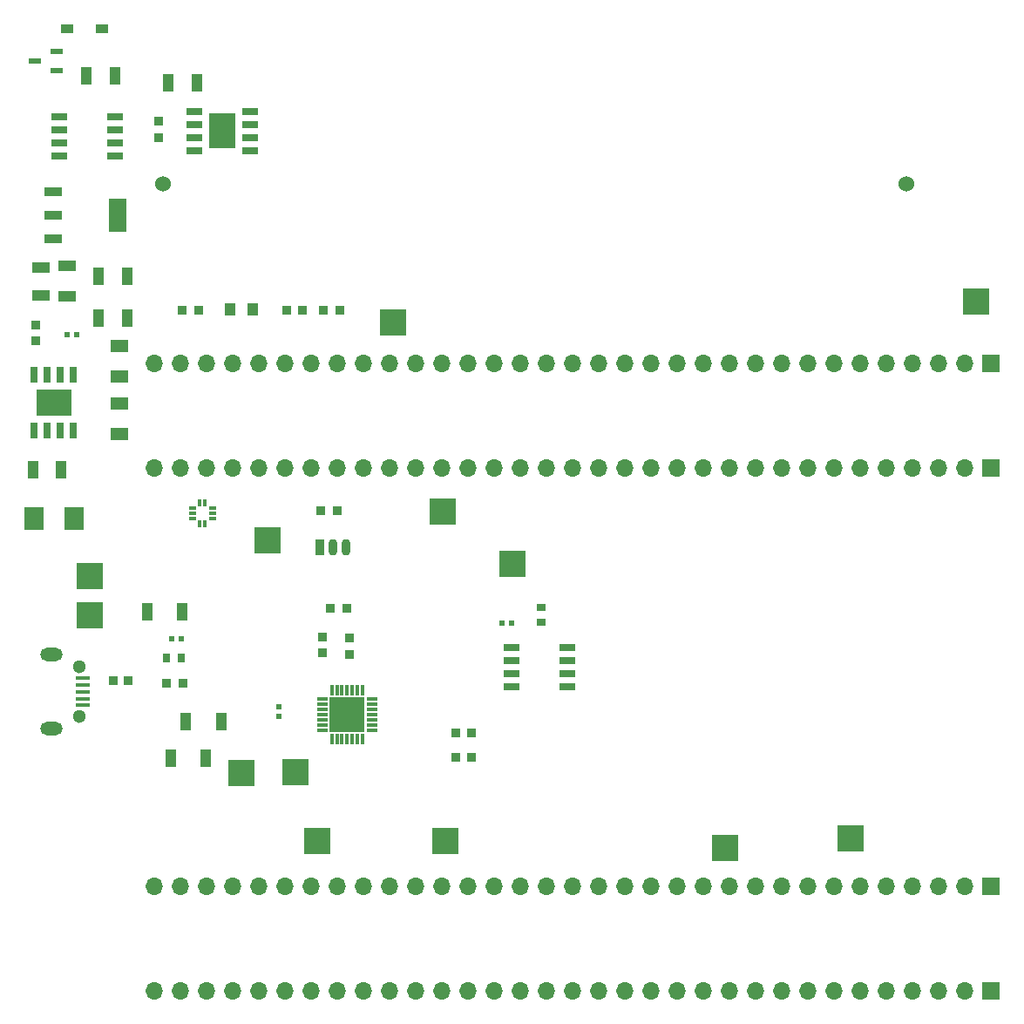
<source format=gbs>
%TF.GenerationSoftware,KiCad,Pcbnew,(6.0.2-0)*%
%TF.CreationDate,2022-04-08T21:13:53+02:00*%
%TF.ProjectId,main,6d61696e-2e6b-4696-9361-645f70636258,rev?*%
%TF.SameCoordinates,Original*%
%TF.FileFunction,Soldermask,Bot*%
%TF.FilePolarity,Negative*%
%FSLAX46Y46*%
G04 Gerber Fmt 4.6, Leading zero omitted, Abs format (unit mm)*
G04 Created by KiCad (PCBNEW (6.0.2-0)) date 2022-04-08 21:13:53*
%MOMM*%
%LPD*%
G01*
G04 APERTURE LIST*
%ADD10R,1.700000X1.700000*%
%ADD11O,1.700000X1.700000*%
%ADD12C,1.524000*%
%ADD13R,2.500000X2.500000*%
%ADD14R,0.600000X0.620000*%
%ADD15R,0.950000X0.900000*%
%ADD16R,0.900000X0.950000*%
%ADD17R,1.750000X0.950000*%
%ADD18R,1.750000X3.200000*%
%ADD19R,1.701000X1.208000*%
%ADD20R,1.050000X1.820000*%
%ADD21R,1.100000X1.700000*%
%ADD22R,1.525000X0.700000*%
%ADD23R,2.513000X3.402000*%
%ADD24R,1.400000X0.400000*%
%ADD25C,1.300000*%
%ADD26O,2.200000X1.300000*%
%ADD27R,0.806000X0.864000*%
%ADD28R,0.620000X0.600000*%
%ADD29R,1.820000X1.050000*%
%ADD30R,1.250000X0.600000*%
%ADD31R,1.750000X1.050000*%
%ADD32R,0.300000X0.800000*%
%ADD33R,0.800000X0.300000*%
%ADD34R,1.000000X0.300000*%
%ADD35R,0.300000X1.000000*%
%ADD36R,3.350000X3.350000*%
%ADD37R,1.900000X2.200000*%
%ADD38R,0.700000X1.525000*%
%ADD39R,3.402000X2.513000*%
%ADD40R,0.940000X0.730000*%
%ADD41R,0.864000X0.806000*%
%ADD42R,1.525000X0.650000*%
%ADD43R,0.900000X1.600000*%
%ADD44O,0.900000X1.600000*%
%ADD45R,1.200000X0.950000*%
%ADD46R,1.000000X1.250000*%
%ADD47R,0.730000X0.940000*%
G04 APERTURE END LIST*
D10*
%TO.C,J2*%
X185540000Y-78160000D03*
D11*
X183000000Y-78160000D03*
X180460000Y-78160000D03*
X177920000Y-78160000D03*
X175380000Y-78160000D03*
X172840000Y-78160000D03*
X170300000Y-78160000D03*
X167760000Y-78160000D03*
X165220000Y-78160000D03*
X162680000Y-78160000D03*
X160140000Y-78160000D03*
X157600000Y-78160000D03*
X155060000Y-78160000D03*
X152520000Y-78160000D03*
X149980000Y-78160000D03*
X147440000Y-78160000D03*
X144900000Y-78160000D03*
X142360000Y-78160000D03*
X139820000Y-78160000D03*
X137280000Y-78160000D03*
X134740000Y-78160000D03*
X132200000Y-78160000D03*
X129660000Y-78160000D03*
X127120000Y-78160000D03*
X124580000Y-78160000D03*
X122040000Y-78160000D03*
X119500000Y-78160000D03*
X116960000Y-78160000D03*
X114420000Y-78160000D03*
X111880000Y-78160000D03*
X109340000Y-78160000D03*
X106800000Y-78160000D03*
X104260000Y-78160000D03*
%TD*%
D10*
%TO.C,J1*%
X185540000Y-68000000D03*
D11*
X183000000Y-68000000D03*
X180460000Y-68000000D03*
X177920000Y-68000000D03*
X175380000Y-68000000D03*
X172840000Y-68000000D03*
X170300000Y-68000000D03*
X167760000Y-68000000D03*
X165220000Y-68000000D03*
X162680000Y-68000000D03*
X160140000Y-68000000D03*
X157600000Y-68000000D03*
X155060000Y-68000000D03*
X152520000Y-68000000D03*
X149980000Y-68000000D03*
X147440000Y-68000000D03*
X144900000Y-68000000D03*
X142360000Y-68000000D03*
X139820000Y-68000000D03*
X137280000Y-68000000D03*
X134740000Y-68000000D03*
X132200000Y-68000000D03*
X129660000Y-68000000D03*
X127120000Y-68000000D03*
X124580000Y-68000000D03*
X122040000Y-68000000D03*
X119500000Y-68000000D03*
X116960000Y-68000000D03*
X114420000Y-68000000D03*
X111880000Y-68000000D03*
X109340000Y-68000000D03*
X106800000Y-68000000D03*
X104260000Y-68000000D03*
%TD*%
D10*
%TO.C,J4*%
X185540000Y-128960000D03*
D11*
X183000000Y-128960000D03*
X180460000Y-128960000D03*
X177920000Y-128960000D03*
X175380000Y-128960000D03*
X172840000Y-128960000D03*
X170300000Y-128960000D03*
X167760000Y-128960000D03*
X165220000Y-128960000D03*
X162680000Y-128960000D03*
X160140000Y-128960000D03*
X157600000Y-128960000D03*
X155060000Y-128960000D03*
X152520000Y-128960000D03*
X149980000Y-128960000D03*
X147440000Y-128960000D03*
X144900000Y-128960000D03*
X142360000Y-128960000D03*
X139820000Y-128960000D03*
X137280000Y-128960000D03*
X134740000Y-128960000D03*
X132200000Y-128960000D03*
X129660000Y-128960000D03*
X127120000Y-128960000D03*
X124580000Y-128960000D03*
X122040000Y-128960000D03*
X119500000Y-128960000D03*
X116960000Y-128960000D03*
X114420000Y-128960000D03*
X111880000Y-128960000D03*
X109340000Y-128960000D03*
X106800000Y-128960000D03*
X104260000Y-128960000D03*
%TD*%
D12*
%TO.C,BT1*%
X177370000Y-50550000D03*
X105150000Y-50550000D03*
%TD*%
D10*
%TO.C,J3*%
X185540000Y-118800000D03*
D11*
X183000000Y-118800000D03*
X180460000Y-118800000D03*
X177920000Y-118800000D03*
X175380000Y-118800000D03*
X172840000Y-118800000D03*
X170300000Y-118800000D03*
X167760000Y-118800000D03*
X165220000Y-118800000D03*
X162680000Y-118800000D03*
X160140000Y-118800000D03*
X157600000Y-118800000D03*
X155060000Y-118800000D03*
X152520000Y-118800000D03*
X149980000Y-118800000D03*
X147440000Y-118800000D03*
X144900000Y-118800000D03*
X142360000Y-118800000D03*
X139820000Y-118800000D03*
X137280000Y-118800000D03*
X134740000Y-118800000D03*
X132200000Y-118800000D03*
X129660000Y-118800000D03*
X127120000Y-118800000D03*
X124580000Y-118800000D03*
X122040000Y-118800000D03*
X119500000Y-118800000D03*
X116960000Y-118800000D03*
X114420000Y-118800000D03*
X111880000Y-118800000D03*
X109340000Y-118800000D03*
X106800000Y-118800000D03*
X104260000Y-118800000D03*
%TD*%
D13*
%TO.C,TP12*%
X112776000Y-107823000D03*
%TD*%
D14*
%TO.C,C10*%
X139017000Y-93218000D03*
X138097000Y-93218000D03*
%TD*%
D15*
%TO.C,R13*%
X123260000Y-96300000D03*
X123260000Y-94700000D03*
%TD*%
D16*
%TO.C,R11*%
X107060000Y-99050000D03*
X105460000Y-99050000D03*
%TD*%
D17*
%TO.C,IC4*%
X94442400Y-55929400D03*
X94442400Y-53629400D03*
X94442400Y-51329400D03*
D18*
X100742400Y-53629400D03*
%TD*%
D19*
%TO.C,R3*%
X100860000Y-66342000D03*
X100860000Y-69300000D03*
%TD*%
D20*
%TO.C,C4*%
X100474400Y-40040400D03*
X97694400Y-40040400D03*
%TD*%
%TO.C,C8*%
X101650000Y-59496800D03*
X98870000Y-59496800D03*
%TD*%
D21*
%TO.C,D6*%
X105910000Y-106350000D03*
X109310000Y-106350000D03*
%TD*%
D13*
%TO.C,TP3*%
X171958000Y-114173000D03*
%TD*%
D22*
%TO.C,IC3*%
X108198000Y-47305000D03*
X108198000Y-46035000D03*
X108198000Y-44765000D03*
X108198000Y-43495000D03*
X113622000Y-43495000D03*
X113622000Y-44765000D03*
X113622000Y-46035000D03*
X113622000Y-47305000D03*
D23*
X110910000Y-45400000D03*
%TD*%
D24*
%TO.C,U4*%
X97337000Y-101208200D03*
X97337000Y-100558200D03*
X97337000Y-99908200D03*
X97337000Y-99258200D03*
X97337000Y-98608200D03*
D25*
X96965000Y-97483200D03*
D26*
X94295000Y-96308200D03*
X94295000Y-103508200D03*
D25*
X96965000Y-102333200D03*
%TD*%
D16*
%TO.C,D1*%
X117158000Y-62798800D03*
X118658000Y-62798800D03*
%TD*%
D13*
%TO.C,TP4*%
X159766000Y-115062000D03*
%TD*%
D27*
%TO.C,R14*%
X133613000Y-103886000D03*
X135119000Y-103886000D03*
%TD*%
D13*
%TO.C,TP13*%
X139065000Y-87503000D03*
%TD*%
D21*
%TO.C,D4*%
X107010000Y-92100000D03*
X103610000Y-92100000D03*
%TD*%
D28*
%TO.C,C12*%
X116410000Y-101350000D03*
X116410000Y-102270000D03*
%TD*%
D29*
%TO.C,C3*%
X93260000Y-58660000D03*
X93260000Y-61440000D03*
%TD*%
D15*
%TO.C,D8*%
X120660000Y-96100000D03*
X120660000Y-94600000D03*
%TD*%
D30*
%TO.C,Q1*%
X94776000Y-37653000D03*
X94776000Y-39563000D03*
X92676000Y-38608000D03*
%TD*%
D13*
%TO.C,TP9*%
X120142000Y-114427000D03*
%TD*%
D21*
%TO.C,D5*%
X110760000Y-102800000D03*
X107360000Y-102800000D03*
%TD*%
D13*
%TO.C,TP8*%
X132588000Y-114427000D03*
%TD*%
%TO.C,TP11*%
X117983000Y-107696000D03*
%TD*%
D31*
%TO.C,R5*%
X95810000Y-58550000D03*
X95810000Y-61450000D03*
%TD*%
D32*
%TO.C,U2*%
X108716000Y-81550000D03*
X109216000Y-81550000D03*
D33*
X109916000Y-82050000D03*
X109916000Y-82550000D03*
X109916000Y-83050000D03*
D32*
X109216000Y-83550000D03*
X108716000Y-83550000D03*
D33*
X108016000Y-83050000D03*
X108016000Y-82550000D03*
X108016000Y-82050000D03*
%TD*%
D34*
%TO.C,IC5*%
X120618200Y-103618000D03*
X120618200Y-103118000D03*
X120618200Y-102618000D03*
X120618200Y-102118000D03*
X120618200Y-101618000D03*
X120618200Y-101118000D03*
X120618200Y-100618000D03*
D35*
X121518200Y-99718000D03*
X122018200Y-99718000D03*
X122518200Y-99718000D03*
X123018200Y-99718000D03*
X123518200Y-99718000D03*
X124018200Y-99718000D03*
X124518200Y-99718000D03*
D34*
X125418200Y-100618000D03*
X125418200Y-101118000D03*
X125418200Y-101618000D03*
X125418200Y-102118000D03*
X125418200Y-102618000D03*
X125418200Y-103118000D03*
X125418200Y-103618000D03*
D35*
X124518200Y-104518000D03*
X124018200Y-104518000D03*
X123518200Y-104518000D03*
X123018200Y-104518000D03*
X122518200Y-104518000D03*
X122018200Y-104518000D03*
X121518200Y-104518000D03*
D36*
X123018200Y-102118000D03*
%TD*%
D14*
%TO.C,C5*%
X96710000Y-65250000D03*
X95790000Y-65250000D03*
%TD*%
D13*
%TO.C,TP10*%
X184150000Y-61976000D03*
%TD*%
%TO.C,TP5*%
X127508000Y-64008000D03*
%TD*%
D37*
%TO.C,L1*%
X92610000Y-83050000D03*
X96510000Y-83050000D03*
%TD*%
D19*
%TO.C,R4*%
X100860000Y-71900000D03*
X100860000Y-74858000D03*
%TD*%
D38*
%TO.C,IC2*%
X96415000Y-74512000D03*
X95145000Y-74512000D03*
X93875000Y-74512000D03*
X92605000Y-74512000D03*
X92605000Y-69088000D03*
X93875000Y-69088000D03*
X95145000Y-69088000D03*
X96415000Y-69088000D03*
D39*
X94510000Y-71800000D03*
%TD*%
D40*
%TO.C,C6*%
X141859000Y-93166000D03*
X141859000Y-91746000D03*
%TD*%
D41*
%TO.C,R6*%
X92760000Y-64297000D03*
X92760000Y-65803000D03*
%TD*%
D42*
%TO.C,IC1*%
X100502000Y-44069000D03*
X100502000Y-45339000D03*
X100502000Y-46609000D03*
X100502000Y-47879000D03*
X95078000Y-47879000D03*
X95078000Y-46609000D03*
X95078000Y-45339000D03*
X95078000Y-44069000D03*
%TD*%
D13*
%TO.C,TP6*%
X115316000Y-85217000D03*
%TD*%
D43*
%TO.C,U1*%
X120396000Y-85852000D03*
D44*
X121666000Y-85852000D03*
X122936000Y-85852000D03*
%TD*%
D42*
%TO.C,U3*%
X144444000Y-95631000D03*
X144444000Y-96901000D03*
X144444000Y-98171000D03*
X144444000Y-99441000D03*
X139020000Y-99441000D03*
X139020000Y-98171000D03*
X139020000Y-96901000D03*
X139020000Y-95631000D03*
%TD*%
D45*
%TO.C,D3*%
X95800000Y-35500000D03*
X99200000Y-35500000D03*
%TD*%
D15*
%TO.C,R7*%
X104660000Y-46100000D03*
X104660000Y-44500000D03*
%TD*%
D16*
%TO.C,D7*%
X100260000Y-98800000D03*
X101760000Y-98800000D03*
%TD*%
D20*
%TO.C,C7*%
X101650000Y-63611600D03*
X98870000Y-63611600D03*
%TD*%
D13*
%TO.C,TP2*%
X132334000Y-82423000D03*
%TD*%
D20*
%TO.C,C1*%
X92480000Y-78300000D03*
X95260000Y-78300000D03*
%TD*%
D16*
%TO.C,C9*%
X122053000Y-82331400D03*
X120453000Y-82331400D03*
%TD*%
%TO.C,R1*%
X122339400Y-62798800D03*
X120739400Y-62798800D03*
%TD*%
D46*
%TO.C,D2*%
X113805200Y-62773400D03*
X111605200Y-62773400D03*
%TD*%
D20*
%TO.C,C2*%
X108410000Y-40700000D03*
X105630000Y-40700000D03*
%TD*%
D13*
%TO.C,TP1*%
X98044000Y-92456000D03*
%TD*%
D16*
%TO.C,R12*%
X122960000Y-91800000D03*
X121360000Y-91800000D03*
%TD*%
D13*
%TO.C,TP7*%
X98044000Y-88646000D03*
%TD*%
D27*
%TO.C,R15*%
X133613000Y-106299000D03*
X135119000Y-106299000D03*
%TD*%
D16*
%TO.C,R2*%
X106960000Y-62824200D03*
X108560000Y-62824200D03*
%TD*%
D47*
%TO.C,C11*%
X105468000Y-96606200D03*
X106888000Y-96606200D03*
%TD*%
D14*
%TO.C,C13*%
X105947800Y-94726600D03*
X106867800Y-94726600D03*
%TD*%
M02*

</source>
